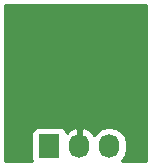
<source format=gbr>
G04 #@! TF.FileFunction,Copper,L2,Bot,Signal*
%FSLAX46Y46*%
G04 Gerber Fmt 4.6, Leading zero omitted, Abs format (unit mm)*
G04 Created by KiCad (PCBNEW 0.201602201416+6573~42~ubuntu14.04.1-product) date jeu. 25 févr. 2016 00:10:31 CET*
%MOMM*%
G01*
G04 APERTURE LIST*
%ADD10C,0.100000*%
%ADD11R,1.727200X2.032000*%
%ADD12O,1.727200X2.032000*%
%ADD13C,0.600000*%
%ADD14C,0.250000*%
%ADD15C,0.254000*%
G04 APERTURE END LIST*
D10*
D11*
X172720000Y-100330000D03*
D12*
X175260000Y-100330000D03*
X177800000Y-100330000D03*
D13*
X179705000Y-99060000D03*
X179705000Y-92710000D03*
X180340000Y-88900000D03*
X175260000Y-90170000D03*
X170180000Y-90170000D03*
X170815000Y-92710000D03*
X170815000Y-93980000D03*
X175108680Y-94279720D03*
D14*
X179705000Y-92710000D02*
X179705000Y-99060000D01*
X180340000Y-88900000D02*
X180340000Y-92075000D01*
X180340000Y-92075000D02*
X179705000Y-92710000D01*
X175260000Y-90170000D02*
X179070000Y-90170000D01*
X179070000Y-90170000D02*
X180340000Y-88900000D01*
X170815000Y-92710000D02*
X170815000Y-90805000D01*
X170815000Y-90805000D02*
X170180000Y-90170000D01*
X175108680Y-94279720D02*
X171114720Y-94279720D01*
X171114720Y-94279720D02*
X170815000Y-93980000D01*
D15*
G36*
X180900000Y-101525000D02*
X178892688Y-101525000D01*
X179184526Y-101088234D01*
X179298600Y-100514745D01*
X179298600Y-100145255D01*
X179184526Y-99571766D01*
X178859670Y-99085585D01*
X178373489Y-98760729D01*
X177800000Y-98646655D01*
X177226511Y-98760729D01*
X176740330Y-99085585D01*
X176533539Y-99395069D01*
X176162036Y-98979268D01*
X175634791Y-98725291D01*
X175619026Y-98722642D01*
X175387000Y-98843783D01*
X175387000Y-100203000D01*
X175407000Y-100203000D01*
X175407000Y-100457000D01*
X175387000Y-100457000D01*
X175387000Y-100477000D01*
X175133000Y-100477000D01*
X175133000Y-100457000D01*
X175113000Y-100457000D01*
X175113000Y-100203000D01*
X175133000Y-100203000D01*
X175133000Y-98843783D01*
X174900974Y-98722642D01*
X174885209Y-98725291D01*
X174357964Y-98979268D01*
X174199694Y-99156410D01*
X174181757Y-99066235D01*
X174041409Y-98856191D01*
X173831365Y-98715843D01*
X173583600Y-98666560D01*
X171856400Y-98666560D01*
X171608635Y-98715843D01*
X171398591Y-98856191D01*
X171258243Y-99066235D01*
X171208960Y-99314000D01*
X171208960Y-101346000D01*
X171244565Y-101525000D01*
X168985000Y-101525000D01*
X168985000Y-88340000D01*
X180900000Y-88340000D01*
X180900000Y-101525000D01*
X180900000Y-101525000D01*
G37*
X180900000Y-101525000D02*
X178892688Y-101525000D01*
X179184526Y-101088234D01*
X179298600Y-100514745D01*
X179298600Y-100145255D01*
X179184526Y-99571766D01*
X178859670Y-99085585D01*
X178373489Y-98760729D01*
X177800000Y-98646655D01*
X177226511Y-98760729D01*
X176740330Y-99085585D01*
X176533539Y-99395069D01*
X176162036Y-98979268D01*
X175634791Y-98725291D01*
X175619026Y-98722642D01*
X175387000Y-98843783D01*
X175387000Y-100203000D01*
X175407000Y-100203000D01*
X175407000Y-100457000D01*
X175387000Y-100457000D01*
X175387000Y-100477000D01*
X175133000Y-100477000D01*
X175133000Y-100457000D01*
X175113000Y-100457000D01*
X175113000Y-100203000D01*
X175133000Y-100203000D01*
X175133000Y-98843783D01*
X174900974Y-98722642D01*
X174885209Y-98725291D01*
X174357964Y-98979268D01*
X174199694Y-99156410D01*
X174181757Y-99066235D01*
X174041409Y-98856191D01*
X173831365Y-98715843D01*
X173583600Y-98666560D01*
X171856400Y-98666560D01*
X171608635Y-98715843D01*
X171398591Y-98856191D01*
X171258243Y-99066235D01*
X171208960Y-99314000D01*
X171208960Y-101346000D01*
X171244565Y-101525000D01*
X168985000Y-101525000D01*
X168985000Y-88340000D01*
X180900000Y-88340000D01*
X180900000Y-101525000D01*
M02*

</source>
